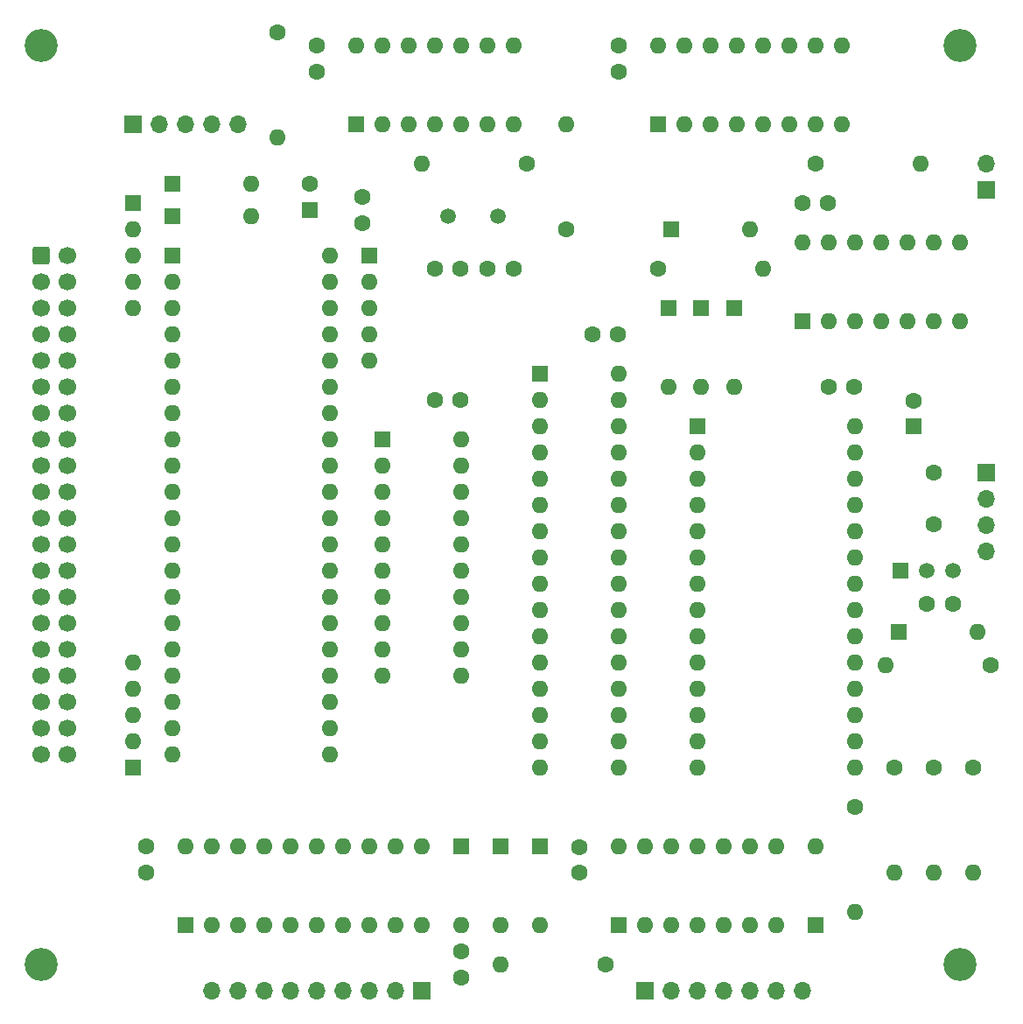
<source format=gbs>
G04 #@! TF.GenerationSoftware,KiCad,Pcbnew,(7.0.0)*
G04 #@! TF.CreationDate,2023-04-25T22:09:53+02:00*
G04 #@! TF.ProjectId,cdp-mobo,6364702d-6d6f-4626-9f2e-6b696361645f,1*
G04 #@! TF.SameCoordinates,Original*
G04 #@! TF.FileFunction,Soldermask,Bot*
G04 #@! TF.FilePolarity,Negative*
%FSLAX46Y46*%
G04 Gerber Fmt 4.6, Leading zero omitted, Abs format (unit mm)*
G04 Created by KiCad (PCBNEW (7.0.0)) date 2023-04-25 22:09:53*
%MOMM*%
%LPD*%
G01*
G04 APERTURE LIST*
G04 Aperture macros list*
%AMRoundRect*
0 Rectangle with rounded corners*
0 $1 Rounding radius*
0 $2 $3 $4 $5 $6 $7 $8 $9 X,Y pos of 4 corners*
0 Add a 4 corners polygon primitive as box body*
4,1,4,$2,$3,$4,$5,$6,$7,$8,$9,$2,$3,0*
0 Add four circle primitives for the rounded corners*
1,1,$1+$1,$2,$3*
1,1,$1+$1,$4,$5*
1,1,$1+$1,$6,$7*
1,1,$1+$1,$8,$9*
0 Add four rect primitives between the rounded corners*
20,1,$1+$1,$2,$3,$4,$5,0*
20,1,$1+$1,$4,$5,$6,$7,0*
20,1,$1+$1,$6,$7,$8,$9,0*
20,1,$1+$1,$8,$9,$2,$3,0*%
G04 Aperture macros list end*
%ADD10R,1.600000X1.600000*%
%ADD11O,1.600000X1.600000*%
%ADD12C,1.600000*%
%ADD13R,1.500000X1.500000*%
%ADD14C,1.500000*%
%ADD15C,3.200000*%
%ADD16RoundRect,0.250000X-0.600000X-0.600000X0.600000X-0.600000X0.600000X0.600000X-0.600000X0.600000X0*%
%ADD17C,1.700000*%
%ADD18R,1.700000X1.700000*%
%ADD19O,1.700000X1.700000*%
G04 APERTURE END LIST*
D10*
X143509999Y-125729999D03*
D11*
X143509999Y-133349999D03*
D12*
X133985000Y-65405000D03*
X133985000Y-62905000D03*
X162560000Y-69850000D03*
D11*
X172719999Y-69849999D03*
D12*
X189230000Y-118110000D03*
D11*
X189229999Y-128269999D03*
D12*
X140970000Y-82550000D03*
X143470000Y-82550000D03*
D10*
X135889999Y-86359999D03*
D11*
X135889999Y-88899999D03*
X135889999Y-91439999D03*
X135889999Y-93979999D03*
X135889999Y-96519999D03*
X135889999Y-99059999D03*
X135889999Y-101599999D03*
X135889999Y-104139999D03*
X135889999Y-106679999D03*
X135889999Y-109219999D03*
X143509999Y-109219999D03*
X143509999Y-106679999D03*
X143509999Y-104139999D03*
X143509999Y-101599999D03*
X143509999Y-99059999D03*
X143509999Y-96519999D03*
X143509999Y-93979999D03*
X143509999Y-91439999D03*
X143509999Y-88899999D03*
X143509999Y-86359999D03*
D10*
X185859999Y-105019999D03*
D11*
X193479999Y-105019999D03*
D10*
X169925999Y-73659999D03*
D11*
X169925999Y-81279999D03*
D13*
X186054999Y-99059999D03*
D14*
X188595000Y-99060000D03*
X191135000Y-99060000D03*
D15*
X102870000Y-48260000D03*
D12*
X194750000Y-108205000D03*
D11*
X184589999Y-108204999D03*
D10*
X166750999Y-73659999D03*
D11*
X166750999Y-81279999D03*
D10*
X115569999Y-68579999D03*
D11*
X115569999Y-71119999D03*
X115569999Y-73659999D03*
X115569999Y-76199999D03*
X115569999Y-78739999D03*
X115569999Y-81279999D03*
X115569999Y-83819999D03*
X115569999Y-86359999D03*
X115569999Y-88899999D03*
X115569999Y-91439999D03*
X115569999Y-93979999D03*
X115569999Y-96519999D03*
X115569999Y-99059999D03*
X115569999Y-101599999D03*
X115569999Y-104139999D03*
X115569999Y-106679999D03*
X115569999Y-109219999D03*
X115569999Y-111759999D03*
X115569999Y-114299999D03*
X115569999Y-116839999D03*
X130809999Y-116839999D03*
X130809999Y-114299999D03*
X130809999Y-111759999D03*
X130809999Y-109219999D03*
X130809999Y-106679999D03*
X130809999Y-104139999D03*
X130809999Y-101599999D03*
X130809999Y-99059999D03*
X130809999Y-96519999D03*
X130809999Y-93979999D03*
X130809999Y-91439999D03*
X130809999Y-88899999D03*
X130809999Y-86359999D03*
X130809999Y-83819999D03*
X130809999Y-81279999D03*
X130809999Y-78739999D03*
X130809999Y-76199999D03*
X130809999Y-73659999D03*
X130809999Y-71119999D03*
X130809999Y-68579999D03*
D16*
X102870000Y-68580000D03*
D17*
X105410000Y-68580000D03*
X102870000Y-71120000D03*
X105410000Y-71120000D03*
X102870000Y-73660000D03*
X105410000Y-73660000D03*
X102870000Y-76200000D03*
X105410000Y-76200000D03*
X102870000Y-78740000D03*
X105410000Y-78740000D03*
X102870000Y-81280000D03*
X105410000Y-81280000D03*
X102870000Y-83820000D03*
X105410000Y-83820000D03*
X102870000Y-86360000D03*
X105410000Y-86360000D03*
X102870000Y-88900000D03*
X105410000Y-88900000D03*
X102870000Y-91440000D03*
X105410000Y-91440000D03*
X102870000Y-93980000D03*
X105410000Y-93980000D03*
X102870000Y-96520000D03*
X105410000Y-96520000D03*
X102870000Y-99060000D03*
X105410000Y-99060000D03*
X102870000Y-101600000D03*
X105410000Y-101600000D03*
X102870000Y-104140000D03*
X105410000Y-104140000D03*
X102870000Y-106680000D03*
X105410000Y-106680000D03*
X102870000Y-109220000D03*
X105410000Y-109220000D03*
X102870000Y-111760000D03*
X105410000Y-111760000D03*
X102870000Y-114300000D03*
X105410000Y-114300000D03*
X102870000Y-116840000D03*
X105410000Y-116840000D03*
D12*
X149860000Y-59690000D03*
D11*
X139699999Y-59689999D03*
D15*
X102870000Y-137160000D03*
D10*
X133349999Y-55879999D03*
D11*
X135889999Y-55879999D03*
X138429999Y-55879999D03*
X140969999Y-55879999D03*
X143509999Y-55879999D03*
X146049999Y-55879999D03*
X148589999Y-55879999D03*
X148589999Y-48259999D03*
X146049999Y-48259999D03*
X143509999Y-48259999D03*
X140969999Y-48259999D03*
X138429999Y-48259999D03*
X135889999Y-48259999D03*
X133349999Y-48259999D03*
D10*
X166369999Y-85089999D03*
D11*
X166369999Y-87629999D03*
X166369999Y-90169999D03*
X166369999Y-92709999D03*
X166369999Y-95249999D03*
X166369999Y-97789999D03*
X166369999Y-100329999D03*
X166369999Y-102869999D03*
X166369999Y-105409999D03*
X166369999Y-107949999D03*
X166369999Y-110489999D03*
X166369999Y-113029999D03*
X166369999Y-115569999D03*
X166369999Y-118109999D03*
X181609999Y-118109999D03*
X181609999Y-115569999D03*
X181609999Y-113029999D03*
X181609999Y-110489999D03*
X181609999Y-107949999D03*
X181609999Y-105409999D03*
X181609999Y-102869999D03*
X181609999Y-100329999D03*
X181609999Y-97789999D03*
X181609999Y-95249999D03*
X181609999Y-92709999D03*
X181609999Y-90169999D03*
X181609999Y-87629999D03*
X181609999Y-85089999D03*
D18*
X139699999Y-139699999D03*
D19*
X137159999Y-139699999D03*
X134619999Y-139699999D03*
X132079999Y-139699999D03*
X129539999Y-139699999D03*
X126999999Y-139699999D03*
X124459999Y-139699999D03*
X121919999Y-139699999D03*
X119379999Y-139699999D03*
D10*
X115569999Y-64769999D03*
D11*
X123189999Y-64769999D03*
D10*
X176529999Y-74929999D03*
D11*
X179069999Y-74929999D03*
X181609999Y-74929999D03*
X184149999Y-74929999D03*
X186689999Y-74929999D03*
X189229999Y-74929999D03*
X191769999Y-74929999D03*
X191769999Y-67309999D03*
X189229999Y-67309999D03*
X186689999Y-67309999D03*
X184149999Y-67309999D03*
X181609999Y-67309999D03*
X179069999Y-67309999D03*
X176529999Y-67309999D03*
D12*
X129540000Y-48260000D03*
X129540000Y-50760000D03*
D10*
X163829999Y-66039999D03*
D11*
X171449999Y-66039999D03*
D10*
X111759999Y-118109999D03*
D11*
X111759999Y-115569999D03*
X111759999Y-113029999D03*
X111759999Y-110489999D03*
X111759999Y-107949999D03*
D10*
X128904999Y-64134999D03*
D12*
X128905000Y-61635000D03*
X154940000Y-128270000D03*
X154940000Y-125770000D03*
X176530000Y-63500000D03*
X179030000Y-63500000D03*
D10*
X163575999Y-73659999D03*
D11*
X163575999Y-81279999D03*
D12*
X157480000Y-137160000D03*
D11*
X147319999Y-137159999D03*
D10*
X147319999Y-125729999D03*
D11*
X147319999Y-133349999D03*
D12*
X156210000Y-76200000D03*
X158710000Y-76200000D03*
D18*
X111759999Y-55879999D03*
D19*
X114299999Y-55879999D03*
X116839999Y-55879999D03*
X119379999Y-55879999D03*
X121919999Y-55879999D03*
D12*
X177800000Y-59690000D03*
D11*
X187959999Y-59689999D03*
D18*
X161289999Y-139699999D03*
D19*
X163829999Y-139699999D03*
X166369999Y-139699999D03*
X168909999Y-139699999D03*
X171449999Y-139699999D03*
X173989999Y-139699999D03*
X176529999Y-139699999D03*
D12*
X189230000Y-89535000D03*
X189230000Y-94535000D03*
D10*
X162559999Y-55879999D03*
D11*
X165099999Y-55879999D03*
X167639999Y-55879999D03*
X170179999Y-55879999D03*
X172719999Y-55879999D03*
X175259999Y-55879999D03*
X177799999Y-55879999D03*
X180339999Y-55879999D03*
X180339999Y-48259999D03*
X177799999Y-48259999D03*
X175259999Y-48259999D03*
X172719999Y-48259999D03*
X170179999Y-48259999D03*
X167639999Y-48259999D03*
X165099999Y-48259999D03*
X162559999Y-48259999D03*
D12*
X153670000Y-66040000D03*
D11*
X153669999Y-55879999D03*
D15*
X191770000Y-48260000D03*
D10*
X134619999Y-68579999D03*
D11*
X134619999Y-71119999D03*
X134619999Y-73659999D03*
X134619999Y-76199999D03*
X134619999Y-78739999D03*
D15*
X191770000Y-137160000D03*
D12*
X181610000Y-121920000D03*
D11*
X181609999Y-132079999D03*
D12*
X158750000Y-48260000D03*
X158750000Y-50760000D03*
X185420000Y-118110000D03*
D11*
X185419999Y-128269999D03*
D10*
X151129999Y-80009999D03*
D11*
X151129999Y-82549999D03*
X151129999Y-85089999D03*
X151129999Y-87629999D03*
X151129999Y-90169999D03*
X151129999Y-92709999D03*
X151129999Y-95249999D03*
X151129999Y-97789999D03*
X151129999Y-100329999D03*
X151129999Y-102869999D03*
X151129999Y-105409999D03*
X151129999Y-107949999D03*
X151129999Y-110489999D03*
X151129999Y-113029999D03*
X151129999Y-115569999D03*
X151129999Y-118109999D03*
X158749999Y-118109999D03*
X158749999Y-115569999D03*
X158749999Y-113029999D03*
X158749999Y-110489999D03*
X158749999Y-107949999D03*
X158749999Y-105409999D03*
X158749999Y-102869999D03*
X158749999Y-100329999D03*
X158749999Y-97789999D03*
X158749999Y-95249999D03*
X158749999Y-92709999D03*
X158749999Y-90169999D03*
X158749999Y-87629999D03*
X158749999Y-85089999D03*
X158749999Y-82549999D03*
X158749999Y-80009999D03*
D12*
X125730000Y-46990000D03*
D11*
X125729999Y-57149999D03*
D10*
X111759999Y-63499999D03*
D11*
X111759999Y-66039999D03*
X111759999Y-68579999D03*
X111759999Y-71119999D03*
X111759999Y-73659999D03*
D10*
X151129999Y-125729999D03*
D11*
X151129999Y-133349999D03*
D12*
X140970000Y-69850000D03*
X143470000Y-69850000D03*
D14*
X142240000Y-64770000D03*
X147120000Y-64770000D03*
D12*
X143510000Y-135890000D03*
X143510000Y-138390000D03*
D10*
X115569999Y-61594999D03*
D11*
X123189999Y-61594999D03*
D12*
X188595000Y-102235000D03*
X191095000Y-102235000D03*
D10*
X116839999Y-133349999D03*
D11*
X119379999Y-133349999D03*
X121919999Y-133349999D03*
X124459999Y-133349999D03*
X126999999Y-133349999D03*
X129539999Y-133349999D03*
X132079999Y-133349999D03*
X134619999Y-133349999D03*
X137159999Y-133349999D03*
X139699999Y-133349999D03*
X139699999Y-125729999D03*
X137159999Y-125729999D03*
X134619999Y-125729999D03*
X132079999Y-125729999D03*
X129539999Y-125729999D03*
X126999999Y-125729999D03*
X124459999Y-125729999D03*
X121919999Y-125729999D03*
X119379999Y-125729999D03*
X116839999Y-125729999D03*
D18*
X194309999Y-62229999D03*
D19*
X194309999Y-59689999D03*
D12*
X113030000Y-125730000D03*
X113030000Y-128230000D03*
D10*
X158749999Y-133349999D03*
D11*
X161289999Y-133349999D03*
X163829999Y-133349999D03*
X166369999Y-133349999D03*
X168909999Y-133349999D03*
X171449999Y-133349999D03*
X173989999Y-133349999D03*
X173989999Y-125729999D03*
X171449999Y-125729999D03*
X168909999Y-125729999D03*
X166369999Y-125729999D03*
X163829999Y-125729999D03*
X161289999Y-125729999D03*
X158749999Y-125729999D03*
D12*
X148590000Y-69850000D03*
X146090000Y-69850000D03*
D10*
X177799999Y-133349999D03*
D11*
X177799999Y-125729999D03*
D10*
X187324999Y-85089999D03*
D12*
X187325000Y-82590000D03*
X179070000Y-81280000D03*
X181570000Y-81280000D03*
X193040000Y-118110000D03*
D11*
X193039999Y-128269999D03*
D18*
X194309999Y-89534999D03*
D19*
X194309999Y-92074999D03*
X194309999Y-94614999D03*
X194309999Y-97154999D03*
M02*

</source>
